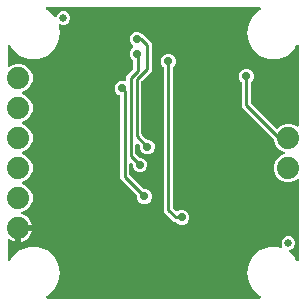
<source format=gbl>
G04 EAGLE Gerber RS-274X export*
G75*
%MOMM*%
%FSLAX34Y34*%
%LPD*%
%INBottom Copper*%
%IPPOS*%
%AMOC8*
5,1,8,0,0,1.08239X$1,22.5*%
G01*
%ADD10C,1.879600*%
%ADD11C,0.635000*%
%ADD12C,0.736600*%
%ADD13C,0.254000*%

G36*
X216900Y3569D02*
X216900Y3569D01*
X216998Y3572D01*
X217057Y3589D01*
X217119Y3597D01*
X217210Y3633D01*
X217304Y3659D01*
X217357Y3691D01*
X217415Y3714D01*
X217494Y3771D01*
X217578Y3820D01*
X217622Y3864D01*
X217672Y3900D01*
X217734Y3976D01*
X217804Y4045D01*
X217835Y4098D01*
X217875Y4145D01*
X217916Y4234D01*
X217966Y4318D01*
X217984Y4377D01*
X218010Y4433D01*
X218029Y4529D01*
X218056Y4623D01*
X218058Y4685D01*
X218070Y4745D01*
X218064Y4843D01*
X218067Y4941D01*
X218054Y5001D01*
X218050Y5063D01*
X218020Y5156D01*
X217999Y5251D01*
X217971Y5307D01*
X217952Y5365D01*
X217900Y5448D01*
X217856Y5535D01*
X217815Y5582D01*
X217782Y5634D01*
X217711Y5701D01*
X217647Y5775D01*
X217596Y5810D01*
X217550Y5852D01*
X217465Y5899D01*
X217441Y5915D01*
X211410Y10976D01*
X207514Y17725D01*
X206160Y25400D01*
X207514Y33075D01*
X211410Y39824D01*
X217380Y44833D01*
X224703Y47499D01*
X232497Y47499D01*
X234477Y46778D01*
X234586Y46753D01*
X234693Y46720D01*
X234741Y46718D01*
X234788Y46707D01*
X234899Y46710D01*
X235010Y46705D01*
X235057Y46715D01*
X235105Y46716D01*
X235213Y46747D01*
X235322Y46769D01*
X235365Y46790D01*
X235411Y46804D01*
X235507Y46860D01*
X235608Y46909D01*
X235644Y46940D01*
X235686Y46965D01*
X235765Y47043D01*
X235850Y47115D01*
X235877Y47155D01*
X235911Y47188D01*
X235968Y47284D01*
X236033Y47375D01*
X236050Y47420D01*
X236074Y47462D01*
X236106Y47568D01*
X236108Y47575D01*
X236114Y47588D01*
X236115Y47594D01*
X236145Y47673D01*
X236151Y47721D01*
X236164Y47767D01*
X236168Y47868D01*
X236174Y47900D01*
X236173Y47919D01*
X236181Y47989D01*
X236174Y48036D01*
X236176Y48084D01*
X236157Y48168D01*
X236154Y48217D01*
X236144Y48250D01*
X236136Y48304D01*
X236112Y48374D01*
X236108Y48395D01*
X236100Y48411D01*
X236084Y48456D01*
X235584Y49663D01*
X235584Y51937D01*
X236454Y54038D01*
X238062Y55646D01*
X240163Y56516D01*
X242437Y56516D01*
X244538Y55646D01*
X246146Y54038D01*
X247016Y51937D01*
X247016Y49663D01*
X246146Y47562D01*
X244538Y45954D01*
X242417Y45076D01*
X242326Y45024D01*
X242231Y44980D01*
X242188Y44946D01*
X242141Y44918D01*
X242065Y44845D01*
X241984Y44779D01*
X241952Y44735D01*
X241912Y44697D01*
X241857Y44608D01*
X241795Y44523D01*
X241775Y44473D01*
X241746Y44426D01*
X241715Y44326D01*
X241676Y44229D01*
X241668Y44174D01*
X241652Y44122D01*
X241647Y44018D01*
X241633Y43913D01*
X241640Y43859D01*
X241637Y43804D01*
X241658Y43702D01*
X241671Y43598D01*
X241690Y43547D01*
X241702Y43493D01*
X241748Y43399D01*
X241785Y43301D01*
X241817Y43256D01*
X241841Y43207D01*
X241909Y43127D01*
X241970Y43042D01*
X242033Y42982D01*
X242048Y42965D01*
X242060Y42956D01*
X242087Y42931D01*
X245790Y39824D01*
X248075Y35866D01*
X248158Y35757D01*
X248163Y35749D01*
X248166Y35746D01*
X248248Y35632D01*
X248259Y35623D01*
X248267Y35613D01*
X248381Y35522D01*
X248493Y35429D01*
X248506Y35424D01*
X248516Y35415D01*
X248650Y35356D01*
X248781Y35294D01*
X248794Y35291D01*
X248807Y35286D01*
X248951Y35261D01*
X249094Y35234D01*
X249107Y35235D01*
X249120Y35233D01*
X249266Y35245D01*
X249411Y35254D01*
X249424Y35258D01*
X249437Y35259D01*
X249575Y35307D01*
X249713Y35352D01*
X249725Y35359D01*
X249738Y35363D01*
X249859Y35444D01*
X249982Y35522D01*
X249991Y35532D01*
X250003Y35539D01*
X250100Y35647D01*
X250200Y35754D01*
X250207Y35765D01*
X250216Y35775D01*
X250283Y35904D01*
X250354Y36032D01*
X250357Y36045D01*
X250363Y36057D01*
X250397Y36199D01*
X250433Y36340D01*
X250434Y36358D01*
X250436Y36367D01*
X250436Y36384D01*
X250443Y36501D01*
X250443Y103495D01*
X250426Y103633D01*
X250413Y103772D01*
X250406Y103791D01*
X250403Y103811D01*
X250352Y103940D01*
X250305Y104071D01*
X250294Y104088D01*
X250286Y104106D01*
X250205Y104219D01*
X250127Y104334D01*
X250111Y104347D01*
X250100Y104364D01*
X249992Y104452D01*
X249888Y104544D01*
X249870Y104554D01*
X249855Y104566D01*
X249729Y104626D01*
X249605Y104689D01*
X249585Y104693D01*
X249567Y104702D01*
X249431Y104728D01*
X249295Y104759D01*
X249274Y104758D01*
X249255Y104762D01*
X249116Y104753D01*
X248977Y104749D01*
X248957Y104743D01*
X248937Y104742D01*
X248805Y104699D01*
X248671Y104661D01*
X248654Y104650D01*
X248635Y104644D01*
X248517Y104570D01*
X248397Y104499D01*
X248376Y104480D01*
X248366Y104474D01*
X248352Y104459D01*
X248276Y104393D01*
X248063Y104179D01*
X243675Y102361D01*
X238925Y102361D01*
X234537Y104179D01*
X231179Y107537D01*
X229361Y111925D01*
X229361Y116675D01*
X231179Y121063D01*
X234537Y124421D01*
X237932Y125827D01*
X238053Y125896D01*
X238176Y125961D01*
X238191Y125975D01*
X238208Y125985D01*
X238308Y126082D01*
X238411Y126175D01*
X238422Y126192D01*
X238437Y126206D01*
X238509Y126325D01*
X238586Y126441D01*
X238592Y126460D01*
X238603Y126477D01*
X238644Y126610D01*
X238689Y126742D01*
X238691Y126762D01*
X238697Y126781D01*
X238703Y126920D01*
X238714Y127059D01*
X238711Y127079D01*
X238712Y127099D01*
X238684Y127235D01*
X238660Y127372D01*
X238652Y127391D01*
X238648Y127410D01*
X238586Y127536D01*
X238529Y127662D01*
X238517Y127678D01*
X238508Y127696D01*
X238417Y127802D01*
X238331Y127910D01*
X238315Y127923D01*
X238301Y127938D01*
X238188Y128018D01*
X238077Y128102D01*
X238051Y128114D01*
X238041Y128121D01*
X238022Y128128D01*
X237932Y128173D01*
X234537Y129579D01*
X231179Y132937D01*
X229361Y137325D01*
X229361Y138104D01*
X229349Y138202D01*
X229346Y138301D01*
X229340Y138322D01*
X229339Y138334D01*
X229328Y138368D01*
X229321Y138419D01*
X229285Y138511D01*
X229257Y138607D01*
X229242Y138632D01*
X229241Y138637D01*
X229226Y138660D01*
X229204Y138715D01*
X229146Y138795D01*
X229096Y138880D01*
X229030Y138956D01*
X229018Y138972D01*
X229008Y138980D01*
X228990Y139001D01*
X204533Y163458D01*
X201929Y166062D01*
X201929Y186253D01*
X201917Y186351D01*
X201914Y186451D01*
X201897Y186509D01*
X201889Y186569D01*
X201853Y186661D01*
X201825Y186756D01*
X201795Y186808D01*
X201772Y186865D01*
X201714Y186945D01*
X201664Y187030D01*
X201598Y187105D01*
X201586Y187122D01*
X201576Y187130D01*
X201558Y187151D01*
X200464Y188245D01*
X199516Y190532D01*
X199516Y193008D01*
X200464Y195295D01*
X202215Y197046D01*
X204502Y197994D01*
X206978Y197994D01*
X209265Y197046D01*
X211016Y195295D01*
X211964Y193008D01*
X211964Y190532D01*
X211016Y188245D01*
X209922Y187151D01*
X209862Y187073D01*
X209794Y187000D01*
X209765Y186947D01*
X209728Y186900D01*
X209688Y186809D01*
X209640Y186722D01*
X209625Y186663D01*
X209601Y186608D01*
X209586Y186510D01*
X209561Y186414D01*
X209555Y186314D01*
X209551Y186294D01*
X209553Y186281D01*
X209551Y186253D01*
X209551Y169744D01*
X209563Y169646D01*
X209566Y169547D01*
X209583Y169489D01*
X209591Y169429D01*
X209627Y169337D01*
X209655Y169241D01*
X209685Y169189D01*
X209708Y169133D01*
X209766Y169053D01*
X209816Y168968D01*
X209882Y168892D01*
X209894Y168876D01*
X209904Y168868D01*
X209922Y168847D01*
X230845Y147924D01*
X230939Y147851D01*
X231028Y147772D01*
X231064Y147754D01*
X231096Y147729D01*
X231206Y147682D01*
X231312Y147628D01*
X231351Y147619D01*
X231388Y147603D01*
X231506Y147584D01*
X231622Y147558D01*
X231662Y147559D01*
X231702Y147553D01*
X231821Y147564D01*
X231940Y147568D01*
X231979Y147579D01*
X232019Y147583D01*
X232131Y147623D01*
X232245Y147656D01*
X232280Y147677D01*
X232318Y147690D01*
X232417Y147757D01*
X232519Y147818D01*
X232565Y147858D01*
X232581Y147869D01*
X232595Y147884D01*
X232640Y147924D01*
X234537Y149821D01*
X238925Y151639D01*
X243675Y151639D01*
X248063Y149821D01*
X248276Y149607D01*
X248386Y149522D01*
X248493Y149434D01*
X248512Y149425D01*
X248528Y149412D01*
X248655Y149357D01*
X248781Y149298D01*
X248801Y149294D01*
X248820Y149286D01*
X248957Y149264D01*
X249094Y149238D01*
X249114Y149239D01*
X249134Y149236D01*
X249273Y149249D01*
X249411Y149258D01*
X249430Y149264D01*
X249450Y149266D01*
X249582Y149313D01*
X249713Y149356D01*
X249730Y149367D01*
X249750Y149374D01*
X249865Y149452D01*
X249982Y149526D01*
X249996Y149541D01*
X250013Y149552D01*
X250105Y149656D01*
X250200Y149758D01*
X250210Y149775D01*
X250223Y149791D01*
X250287Y149915D01*
X250354Y150036D01*
X250359Y150056D01*
X250368Y150074D01*
X250398Y150210D01*
X250433Y150344D01*
X250435Y150372D01*
X250438Y150384D01*
X250437Y150405D01*
X250443Y150505D01*
X250443Y217499D01*
X250425Y217644D01*
X250410Y217789D01*
X250405Y217801D01*
X250403Y217815D01*
X250350Y217950D01*
X250299Y218087D01*
X250291Y218098D01*
X250286Y218111D01*
X250201Y218228D01*
X250118Y218348D01*
X250108Y218357D01*
X250100Y218368D01*
X249987Y218461D01*
X249877Y218556D01*
X249865Y218562D01*
X249855Y218571D01*
X249723Y218632D01*
X249592Y218698D01*
X249579Y218700D01*
X249567Y218706D01*
X249425Y218733D01*
X249281Y218764D01*
X249268Y218763D01*
X249255Y218766D01*
X249110Y218757D01*
X248964Y218751D01*
X248951Y218747D01*
X248937Y218746D01*
X248799Y218701D01*
X248659Y218659D01*
X248647Y218652D01*
X248635Y218648D01*
X248511Y218570D01*
X248387Y218495D01*
X248377Y218485D01*
X248366Y218478D01*
X248266Y218372D01*
X248164Y218268D01*
X248154Y218253D01*
X248148Y218246D01*
X248140Y218232D01*
X248075Y218134D01*
X245790Y214176D01*
X239820Y209167D01*
X232497Y206501D01*
X224703Y206501D01*
X217380Y209167D01*
X211410Y214176D01*
X207514Y220925D01*
X206160Y228600D01*
X207514Y236275D01*
X211410Y243024D01*
X217413Y248061D01*
X217415Y248062D01*
X217465Y248098D01*
X217520Y248127D01*
X217593Y248191D01*
X217672Y248248D01*
X217711Y248296D01*
X217758Y248338D01*
X217813Y248418D01*
X217875Y248493D01*
X217901Y248550D01*
X217936Y248601D01*
X217969Y248693D01*
X218010Y248781D01*
X218022Y248842D01*
X218043Y248901D01*
X218052Y248998D01*
X218070Y249094D01*
X218066Y249156D01*
X218072Y249217D01*
X218056Y249314D01*
X218050Y249411D01*
X218031Y249470D01*
X218021Y249531D01*
X217982Y249621D01*
X217952Y249713D01*
X217919Y249766D01*
X217894Y249823D01*
X217834Y249900D01*
X217782Y249982D01*
X217737Y250025D01*
X217699Y250074D01*
X217622Y250133D01*
X217550Y250200D01*
X217496Y250230D01*
X217447Y250268D01*
X217357Y250307D01*
X217272Y250354D01*
X217212Y250369D01*
X217155Y250394D01*
X217058Y250409D01*
X216964Y250433D01*
X216860Y250440D01*
X216841Y250443D01*
X216829Y250442D01*
X216803Y250443D01*
X37197Y250443D01*
X37100Y250431D01*
X37002Y250428D01*
X36943Y250411D01*
X36881Y250403D01*
X36791Y250368D01*
X36697Y250341D01*
X36643Y250309D01*
X36585Y250286D01*
X36507Y250229D01*
X36422Y250180D01*
X36378Y250136D01*
X36328Y250100D01*
X36266Y250024D01*
X36197Y249956D01*
X36165Y249902D01*
X36125Y249855D01*
X36084Y249766D01*
X36034Y249683D01*
X36016Y249623D01*
X35990Y249567D01*
X35971Y249471D01*
X35944Y249378D01*
X35942Y249315D01*
X35930Y249255D01*
X35936Y249157D01*
X35933Y249060D01*
X35946Y248999D01*
X35950Y248937D01*
X35980Y248845D01*
X36001Y248749D01*
X36029Y248694D01*
X36048Y248635D01*
X36100Y248552D01*
X36144Y248465D01*
X36185Y248418D01*
X36218Y248366D01*
X36289Y248299D01*
X36353Y248226D01*
X36404Y248191D01*
X36450Y248148D01*
X36535Y248101D01*
X36559Y248085D01*
X42590Y243024D01*
X42897Y242492D01*
X42931Y242447D01*
X42957Y242397D01*
X43027Y242321D01*
X43089Y242239D01*
X43133Y242204D01*
X43171Y242162D01*
X43258Y242105D01*
X43338Y242041D01*
X43390Y242018D01*
X43437Y241987D01*
X43535Y241954D01*
X43629Y241912D01*
X43685Y241902D01*
X43738Y241884D01*
X43841Y241876D01*
X43942Y241858D01*
X43999Y241863D01*
X44055Y241859D01*
X44157Y241876D01*
X44259Y241885D01*
X44313Y241903D01*
X44368Y241913D01*
X44462Y241955D01*
X44560Y241989D01*
X44607Y242021D01*
X44658Y242044D01*
X44739Y242108D01*
X44825Y242165D01*
X44863Y242207D01*
X44907Y242242D01*
X44969Y242325D01*
X45038Y242401D01*
X45064Y242451D01*
X45098Y242496D01*
X45169Y242641D01*
X45954Y244538D01*
X47562Y246146D01*
X49663Y247016D01*
X51937Y247016D01*
X54038Y246146D01*
X55646Y244538D01*
X56516Y242437D01*
X56516Y240163D01*
X55646Y238062D01*
X54038Y236454D01*
X51937Y235584D01*
X49663Y235584D01*
X48505Y236064D01*
X48504Y236064D01*
X48503Y236065D01*
X48347Y236107D01*
X48198Y236148D01*
X48197Y236148D01*
X48196Y236148D01*
X48034Y236151D01*
X47880Y236153D01*
X47879Y236153D01*
X47878Y236153D01*
X47722Y236115D01*
X47571Y236079D01*
X47570Y236078D01*
X47569Y236078D01*
X47427Y236003D01*
X47290Y235930D01*
X47289Y235930D01*
X47288Y235929D01*
X47168Y235819D01*
X47054Y235716D01*
X47053Y235715D01*
X46965Y235581D01*
X46880Y235451D01*
X46879Y235450D01*
X46879Y235449D01*
X46825Y235290D01*
X46776Y235150D01*
X46776Y235149D01*
X46776Y235148D01*
X46764Y234996D01*
X46751Y234833D01*
X46751Y234832D01*
X46751Y234831D01*
X46769Y234671D01*
X47840Y228600D01*
X46486Y220925D01*
X42590Y214176D01*
X36620Y209167D01*
X29297Y206501D01*
X21503Y206501D01*
X14180Y209167D01*
X8210Y214176D01*
X5925Y218134D01*
X5837Y218250D01*
X5752Y218368D01*
X5741Y218377D01*
X5733Y218387D01*
X5619Y218478D01*
X5507Y218571D01*
X5494Y218576D01*
X5484Y218585D01*
X5350Y218644D01*
X5219Y218706D01*
X5206Y218709D01*
X5193Y218714D01*
X5049Y218739D01*
X4906Y218766D01*
X4893Y218765D01*
X4880Y218767D01*
X4734Y218755D01*
X4589Y218746D01*
X4576Y218742D01*
X4563Y218741D01*
X4425Y218693D01*
X4287Y218648D01*
X4275Y218641D01*
X4262Y218637D01*
X4141Y218556D01*
X4018Y218478D01*
X4009Y218468D01*
X3997Y218461D01*
X3900Y218353D01*
X3800Y218246D01*
X3793Y218235D01*
X3784Y218225D01*
X3717Y218096D01*
X3646Y217968D01*
X3643Y217955D01*
X3637Y217943D01*
X3603Y217801D01*
X3567Y217660D01*
X3566Y217642D01*
X3564Y217633D01*
X3564Y217616D01*
X3557Y217499D01*
X3557Y201305D01*
X3574Y201167D01*
X3587Y201028D01*
X3594Y201009D01*
X3597Y200989D01*
X3648Y200860D01*
X3695Y200729D01*
X3706Y200712D01*
X3714Y200694D01*
X3795Y200581D01*
X3873Y200466D01*
X3889Y200453D01*
X3900Y200436D01*
X4008Y200348D01*
X4112Y200256D01*
X4130Y200246D01*
X4145Y200234D01*
X4271Y200174D01*
X4395Y200111D01*
X4415Y200107D01*
X4433Y200098D01*
X4569Y200072D01*
X4705Y200041D01*
X4726Y200042D01*
X4745Y200038D01*
X4884Y200047D01*
X5023Y200051D01*
X5043Y200057D01*
X5063Y200058D01*
X5195Y200101D01*
X5329Y200139D01*
X5346Y200150D01*
X5365Y200156D01*
X5483Y200230D01*
X5603Y200301D01*
X5624Y200320D01*
X5634Y200326D01*
X5648Y200341D01*
X5724Y200407D01*
X5937Y200621D01*
X10325Y202439D01*
X15075Y202439D01*
X19463Y200621D01*
X22821Y197263D01*
X24639Y192875D01*
X24639Y188125D01*
X22821Y183737D01*
X19463Y180379D01*
X16068Y178973D01*
X15947Y178904D01*
X15824Y178839D01*
X15809Y178825D01*
X15792Y178815D01*
X15692Y178718D01*
X15589Y178625D01*
X15578Y178608D01*
X15563Y178594D01*
X15491Y178475D01*
X15414Y178359D01*
X15408Y178340D01*
X15397Y178323D01*
X15356Y178190D01*
X15311Y178058D01*
X15309Y178038D01*
X15303Y178019D01*
X15297Y177880D01*
X15286Y177741D01*
X15289Y177721D01*
X15288Y177701D01*
X15316Y177565D01*
X15340Y177428D01*
X15348Y177409D01*
X15352Y177390D01*
X15414Y177264D01*
X15471Y177138D01*
X15483Y177122D01*
X15492Y177104D01*
X15583Y176998D01*
X15669Y176890D01*
X15685Y176877D01*
X15699Y176862D01*
X15812Y176782D01*
X15923Y176698D01*
X15949Y176686D01*
X15959Y176679D01*
X15978Y176672D01*
X16068Y176627D01*
X19463Y175221D01*
X22821Y171863D01*
X24639Y167475D01*
X24639Y162725D01*
X22821Y158337D01*
X19463Y154979D01*
X16068Y153573D01*
X15947Y153504D01*
X15824Y153439D01*
X15809Y153425D01*
X15792Y153415D01*
X15692Y153318D01*
X15589Y153225D01*
X15578Y153208D01*
X15563Y153194D01*
X15491Y153075D01*
X15414Y152959D01*
X15408Y152940D01*
X15397Y152923D01*
X15356Y152790D01*
X15311Y152658D01*
X15309Y152638D01*
X15303Y152619D01*
X15297Y152480D01*
X15286Y152341D01*
X15289Y152321D01*
X15288Y152301D01*
X15316Y152165D01*
X15340Y152028D01*
X15348Y152009D01*
X15352Y151990D01*
X15414Y151864D01*
X15471Y151738D01*
X15483Y151722D01*
X15492Y151704D01*
X15583Y151598D01*
X15669Y151490D01*
X15685Y151477D01*
X15699Y151462D01*
X15812Y151382D01*
X15923Y151298D01*
X15949Y151286D01*
X15959Y151279D01*
X15978Y151272D01*
X16068Y151227D01*
X19463Y149821D01*
X22821Y146463D01*
X24639Y142075D01*
X24639Y137325D01*
X22821Y132937D01*
X19463Y129579D01*
X16068Y128173D01*
X15947Y128104D01*
X15824Y128039D01*
X15809Y128025D01*
X15792Y128015D01*
X15692Y127918D01*
X15589Y127825D01*
X15578Y127808D01*
X15563Y127794D01*
X15491Y127675D01*
X15414Y127559D01*
X15408Y127540D01*
X15397Y127523D01*
X15356Y127390D01*
X15311Y127258D01*
X15309Y127238D01*
X15303Y127219D01*
X15297Y127080D01*
X15286Y126941D01*
X15289Y126921D01*
X15288Y126901D01*
X15316Y126765D01*
X15340Y126628D01*
X15348Y126609D01*
X15352Y126590D01*
X15414Y126464D01*
X15471Y126338D01*
X15483Y126322D01*
X15492Y126304D01*
X15583Y126198D01*
X15669Y126090D01*
X15685Y126077D01*
X15699Y126062D01*
X15812Y125982D01*
X15923Y125898D01*
X15949Y125886D01*
X15959Y125879D01*
X15978Y125872D01*
X16068Y125827D01*
X19463Y124421D01*
X22821Y121063D01*
X24639Y116675D01*
X24639Y111925D01*
X22821Y107537D01*
X19463Y104179D01*
X16068Y102773D01*
X15947Y102704D01*
X15824Y102639D01*
X15809Y102625D01*
X15792Y102615D01*
X15692Y102518D01*
X15589Y102425D01*
X15578Y102408D01*
X15563Y102394D01*
X15491Y102275D01*
X15414Y102159D01*
X15408Y102140D01*
X15397Y102123D01*
X15356Y101990D01*
X15311Y101858D01*
X15309Y101838D01*
X15303Y101819D01*
X15297Y101680D01*
X15286Y101541D01*
X15289Y101521D01*
X15288Y101501D01*
X15316Y101365D01*
X15340Y101228D01*
X15348Y101209D01*
X15352Y101190D01*
X15414Y101064D01*
X15471Y100938D01*
X15483Y100922D01*
X15492Y100904D01*
X15583Y100798D01*
X15669Y100690D01*
X15685Y100677D01*
X15699Y100662D01*
X15812Y100582D01*
X15923Y100498D01*
X15949Y100486D01*
X15959Y100479D01*
X15978Y100472D01*
X16068Y100427D01*
X19463Y99021D01*
X22821Y95663D01*
X24639Y91275D01*
X24639Y86525D01*
X22821Y82137D01*
X19463Y78779D01*
X15981Y77337D01*
X15955Y77322D01*
X15926Y77313D01*
X15817Y77243D01*
X15704Y77179D01*
X15683Y77158D01*
X15658Y77142D01*
X15569Y77048D01*
X15476Y76958D01*
X15460Y76932D01*
X15440Y76910D01*
X15377Y76797D01*
X15310Y76687D01*
X15301Y76658D01*
X15287Y76632D01*
X15254Y76506D01*
X15216Y76383D01*
X15215Y76353D01*
X15207Y76324D01*
X15207Y76194D01*
X15201Y76065D01*
X15207Y76036D01*
X15207Y76006D01*
X15239Y75880D01*
X15265Y75754D01*
X15278Y75727D01*
X15286Y75698D01*
X15348Y75584D01*
X15405Y75468D01*
X15424Y75445D01*
X15439Y75419D01*
X15527Y75325D01*
X15611Y75226D01*
X15636Y75209D01*
X15656Y75187D01*
X15765Y75117D01*
X15871Y75043D01*
X15899Y75032D01*
X15925Y75016D01*
X16074Y74957D01*
X17283Y74564D01*
X18957Y73711D01*
X20478Y72606D01*
X21806Y71278D01*
X22911Y69757D01*
X23764Y68083D01*
X24345Y66296D01*
X24385Y66039D01*
X13970Y66039D01*
X13852Y66024D01*
X13733Y66017D01*
X13695Y66004D01*
X13655Y65999D01*
X13544Y65956D01*
X13431Y65919D01*
X13397Y65897D01*
X13359Y65882D01*
X13263Y65812D01*
X13162Y65749D01*
X13134Y65719D01*
X13102Y65695D01*
X13026Y65604D01*
X12944Y65517D01*
X12925Y65482D01*
X12899Y65451D01*
X12848Y65343D01*
X12791Y65239D01*
X12780Y65199D01*
X12763Y65163D01*
X12741Y65046D01*
X12711Y64931D01*
X12707Y64870D01*
X12703Y64850D01*
X12705Y64830D01*
X12701Y64770D01*
X12701Y63499D01*
X11430Y63499D01*
X11312Y63484D01*
X11193Y63477D01*
X11155Y63464D01*
X11114Y63459D01*
X11004Y63415D01*
X10891Y63379D01*
X10856Y63357D01*
X10819Y63342D01*
X10723Y63272D01*
X10622Y63209D01*
X10594Y63179D01*
X10561Y63155D01*
X10486Y63064D01*
X10404Y62977D01*
X10384Y62942D01*
X10359Y62910D01*
X10308Y62803D01*
X10250Y62698D01*
X10240Y62659D01*
X10223Y62623D01*
X10201Y62506D01*
X10171Y62391D01*
X10167Y62330D01*
X10163Y62310D01*
X10165Y62290D01*
X10161Y62230D01*
X10161Y51815D01*
X9904Y51855D01*
X8117Y52436D01*
X6443Y53289D01*
X5572Y53922D01*
X5537Y53941D01*
X5507Y53966D01*
X5398Y54017D01*
X5293Y54075D01*
X5255Y54085D01*
X5219Y54102D01*
X5102Y54124D01*
X4985Y54154D01*
X4945Y54154D01*
X4906Y54162D01*
X4787Y54154D01*
X4667Y54154D01*
X4629Y54144D01*
X4589Y54142D01*
X4475Y54105D01*
X4359Y54075D01*
X4324Y54056D01*
X4287Y54044D01*
X4185Y53980D01*
X4081Y53922D01*
X4052Y53895D01*
X4018Y53874D01*
X3936Y53786D01*
X3849Y53705D01*
X3827Y53671D01*
X3800Y53642D01*
X3742Y53537D01*
X3678Y53436D01*
X3666Y53398D01*
X3646Y53363D01*
X3617Y53248D01*
X3579Y53134D01*
X3577Y53094D01*
X3567Y53056D01*
X3557Y52895D01*
X3557Y36501D01*
X3575Y36356D01*
X3590Y36211D01*
X3595Y36199D01*
X3597Y36185D01*
X3650Y36050D01*
X3701Y35913D01*
X3709Y35902D01*
X3714Y35889D01*
X3799Y35772D01*
X3882Y35652D01*
X3892Y35643D01*
X3900Y35632D01*
X4013Y35539D01*
X4123Y35444D01*
X4135Y35438D01*
X4145Y35429D01*
X4277Y35368D01*
X4408Y35302D01*
X4421Y35300D01*
X4433Y35294D01*
X4575Y35267D01*
X4719Y35236D01*
X4732Y35237D01*
X4745Y35234D01*
X4890Y35243D01*
X5036Y35249D01*
X5049Y35253D01*
X5063Y35254D01*
X5201Y35299D01*
X5341Y35341D01*
X5353Y35348D01*
X5365Y35352D01*
X5489Y35430D01*
X5613Y35505D01*
X5623Y35515D01*
X5634Y35522D01*
X5734Y35628D01*
X5836Y35732D01*
X5846Y35747D01*
X5852Y35754D01*
X5860Y35768D01*
X5925Y35866D01*
X8210Y39824D01*
X14180Y44833D01*
X21503Y47499D01*
X29297Y47499D01*
X36620Y44833D01*
X42590Y39824D01*
X46486Y33075D01*
X47840Y25400D01*
X46486Y17725D01*
X42590Y10976D01*
X36587Y5939D01*
X36585Y5938D01*
X36535Y5902D01*
X36480Y5873D01*
X36407Y5809D01*
X36328Y5752D01*
X36289Y5704D01*
X36242Y5662D01*
X36187Y5582D01*
X36125Y5507D01*
X36099Y5450D01*
X36064Y5399D01*
X36031Y5307D01*
X35990Y5219D01*
X35978Y5158D01*
X35957Y5099D01*
X35948Y5002D01*
X35930Y4906D01*
X35934Y4844D01*
X35928Y4783D01*
X35944Y4686D01*
X35950Y4589D01*
X35969Y4530D01*
X35979Y4469D01*
X36018Y4379D01*
X36048Y4287D01*
X36081Y4234D01*
X36106Y4177D01*
X36166Y4100D01*
X36218Y4018D01*
X36263Y3975D01*
X36301Y3926D01*
X36378Y3867D01*
X36450Y3800D01*
X36504Y3770D01*
X36553Y3732D01*
X36643Y3693D01*
X36728Y3646D01*
X36788Y3631D01*
X36845Y3606D01*
X36942Y3591D01*
X37036Y3567D01*
X37140Y3560D01*
X37159Y3557D01*
X37171Y3558D01*
X37197Y3557D01*
X216803Y3557D01*
X216900Y3569D01*
G37*
%LPC*%
G36*
X118142Y83946D02*
X118142Y83946D01*
X115855Y84894D01*
X114104Y86645D01*
X113156Y88932D01*
X113156Y90479D01*
X113144Y90577D01*
X113141Y90676D01*
X113124Y90734D01*
X113116Y90794D01*
X113080Y90886D01*
X113052Y90982D01*
X113022Y91034D01*
X112999Y91090D01*
X112941Y91170D01*
X112891Y91255D01*
X112825Y91331D01*
X112813Y91347D01*
X112803Y91355D01*
X112785Y91376D01*
X99059Y105102D01*
X99059Y174552D01*
X99056Y174581D01*
X99058Y174610D01*
X99036Y174739D01*
X99019Y174867D01*
X99009Y174895D01*
X99004Y174924D01*
X98950Y175042D01*
X98902Y175163D01*
X98885Y175187D01*
X98873Y175214D01*
X98792Y175315D01*
X98716Y175420D01*
X98693Y175439D01*
X98674Y175462D01*
X98571Y175540D01*
X98471Y175623D01*
X98444Y175636D01*
X98420Y175653D01*
X98276Y175724D01*
X96805Y176334D01*
X95054Y178085D01*
X94106Y180372D01*
X94106Y182848D01*
X95054Y185135D01*
X96805Y186886D01*
X99092Y187834D01*
X101568Y187834D01*
X102384Y187496D01*
X102432Y187482D01*
X102477Y187461D01*
X102585Y187441D01*
X102691Y187412D01*
X102741Y187411D01*
X102790Y187402D01*
X102899Y187408D01*
X103009Y187407D01*
X103057Y187418D01*
X103107Y187421D01*
X103211Y187455D01*
X103318Y187481D01*
X103362Y187504D01*
X103409Y187519D01*
X103502Y187578D01*
X103599Y187629D01*
X103636Y187663D01*
X103678Y187689D01*
X103753Y187770D01*
X103835Y187843D01*
X103862Y187885D01*
X103896Y187921D01*
X103949Y188017D01*
X104009Y188109D01*
X104026Y188156D01*
X104050Y188200D01*
X104077Y188306D01*
X104113Y188410D01*
X104117Y188459D01*
X104129Y188508D01*
X104139Y188668D01*
X104139Y191835D01*
X109604Y197300D01*
X109665Y197378D01*
X109733Y197450D01*
X109762Y197503D01*
X109799Y197551D01*
X109839Y197642D01*
X109886Y197729D01*
X109901Y197787D01*
X109925Y197843D01*
X109941Y197941D01*
X109966Y198037D01*
X109972Y198137D01*
X109975Y198157D01*
X109974Y198170D01*
X109976Y198198D01*
X109976Y204547D01*
X109964Y204645D01*
X109961Y204744D01*
X109944Y204802D01*
X109936Y204862D01*
X109900Y204954D01*
X109872Y205049D01*
X109841Y205102D01*
X109819Y205158D01*
X109761Y205238D01*
X109711Y205323D01*
X109644Y205399D01*
X109632Y205415D01*
X109623Y205423D01*
X109604Y205444D01*
X107754Y207295D01*
X106806Y209582D01*
X106806Y212058D01*
X107754Y214345D01*
X109681Y216273D01*
X109754Y216367D01*
X109833Y216456D01*
X109851Y216492D01*
X109876Y216524D01*
X109923Y216633D01*
X109977Y216739D01*
X109986Y216778D01*
X110002Y216816D01*
X110021Y216933D01*
X110047Y217049D01*
X110046Y217090D01*
X110052Y217130D01*
X110041Y217248D01*
X110037Y217367D01*
X110026Y217406D01*
X110022Y217446D01*
X109982Y217558D01*
X109949Y217673D01*
X109928Y217708D01*
X109915Y217746D01*
X109848Y217844D01*
X109787Y217947D01*
X109747Y217992D01*
X109736Y218009D01*
X109721Y218022D01*
X109681Y218068D01*
X107754Y219995D01*
X106806Y222282D01*
X106806Y224758D01*
X107754Y227045D01*
X109505Y228796D01*
X111792Y229744D01*
X114268Y229744D01*
X116555Y228796D01*
X117649Y227702D01*
X117727Y227642D01*
X117800Y227574D01*
X117853Y227545D01*
X117900Y227508D01*
X117991Y227468D01*
X118078Y227420D01*
X118137Y227405D01*
X118192Y227381D01*
X118290Y227366D01*
X118386Y227341D01*
X118410Y227339D01*
X121022Y224727D01*
X123127Y222622D01*
X125731Y220018D01*
X125731Y196542D01*
X117212Y188023D01*
X117152Y187945D01*
X117084Y187873D01*
X117055Y187820D01*
X117018Y187772D01*
X116978Y187681D01*
X116930Y187594D01*
X116915Y187536D01*
X116891Y187480D01*
X116876Y187382D01*
X116851Y187286D01*
X116845Y187186D01*
X116841Y187166D01*
X116843Y187154D01*
X116841Y187126D01*
X116841Y143074D01*
X116853Y142976D01*
X116856Y142877D01*
X116873Y142819D01*
X116881Y142759D01*
X116917Y142667D01*
X116945Y142571D01*
X116975Y142519D01*
X116998Y142463D01*
X117056Y142383D01*
X117106Y142298D01*
X117172Y142222D01*
X117184Y142206D01*
X117194Y142198D01*
X117212Y142177D01*
X120714Y138675D01*
X120792Y138615D01*
X120864Y138547D01*
X120917Y138518D01*
X120965Y138481D01*
X121056Y138441D01*
X121143Y138393D01*
X121201Y138378D01*
X121257Y138354D01*
X121355Y138339D01*
X121451Y138314D01*
X121551Y138308D01*
X121571Y138304D01*
X121583Y138306D01*
X121611Y138304D01*
X123158Y138304D01*
X125445Y137356D01*
X127196Y135605D01*
X128144Y133318D01*
X128144Y130842D01*
X127196Y128555D01*
X125445Y126804D01*
X123158Y125856D01*
X120682Y125856D01*
X118395Y126804D01*
X116644Y128555D01*
X115696Y130842D01*
X115696Y132389D01*
X115684Y132487D01*
X115681Y132586D01*
X115664Y132644D01*
X115656Y132704D01*
X115620Y132796D01*
X115592Y132892D01*
X115562Y132944D01*
X115539Y133000D01*
X115481Y133080D01*
X115431Y133165D01*
X115365Y133241D01*
X115353Y133257D01*
X115343Y133265D01*
X115325Y133286D01*
X113927Y134683D01*
X113818Y134768D01*
X113711Y134857D01*
X113692Y134866D01*
X113676Y134878D01*
X113549Y134934D01*
X113423Y134993D01*
X113403Y134997D01*
X113384Y135005D01*
X113246Y135027D01*
X113110Y135053D01*
X113090Y135051D01*
X113070Y135054D01*
X112931Y135041D01*
X112793Y135033D01*
X112774Y135027D01*
X112754Y135025D01*
X112622Y134977D01*
X112491Y134935D01*
X112473Y134924D01*
X112454Y134917D01*
X112339Y134839D01*
X112222Y134765D01*
X112208Y134750D01*
X112191Y134738D01*
X112099Y134634D01*
X112004Y134533D01*
X111994Y134515D01*
X111981Y134500D01*
X111917Y134376D01*
X111850Y134254D01*
X111845Y134235D01*
X111836Y134217D01*
X111806Y134081D01*
X111771Y133947D01*
X111769Y133918D01*
X111766Y133907D01*
X111767Y133886D01*
X111761Y133786D01*
X111761Y126564D01*
X111773Y126466D01*
X111776Y126367D01*
X111793Y126309D01*
X111801Y126249D01*
X111837Y126157D01*
X111865Y126061D01*
X111895Y126009D01*
X111918Y125953D01*
X111976Y125873D01*
X112026Y125788D01*
X112092Y125712D01*
X112104Y125696D01*
X112114Y125688D01*
X112132Y125667D01*
X114364Y123435D01*
X114442Y123375D01*
X114514Y123307D01*
X114567Y123278D01*
X114615Y123241D01*
X114706Y123201D01*
X114793Y123153D01*
X114851Y123138D01*
X114907Y123114D01*
X115005Y123099D01*
X115101Y123074D01*
X115201Y123068D01*
X115221Y123064D01*
X115233Y123066D01*
X115261Y123064D01*
X116808Y123064D01*
X119095Y122116D01*
X120846Y120365D01*
X121794Y118078D01*
X121794Y115602D01*
X120846Y113315D01*
X119095Y111564D01*
X116808Y110616D01*
X114332Y110616D01*
X112045Y111564D01*
X110294Y113315D01*
X109346Y115602D01*
X109346Y117149D01*
X109334Y117247D01*
X109331Y117346D01*
X109314Y117404D01*
X109306Y117464D01*
X109270Y117556D01*
X109243Y117651D01*
X109212Y117704D01*
X109189Y117760D01*
X109131Y117840D01*
X109081Y117925D01*
X109015Y118001D01*
X109003Y118017D01*
X108993Y118025D01*
X108975Y118046D01*
X108848Y118173D01*
X108738Y118258D01*
X108631Y118347D01*
X108612Y118356D01*
X108596Y118368D01*
X108469Y118423D01*
X108343Y118483D01*
X108323Y118487D01*
X108305Y118495D01*
X108167Y118516D01*
X108030Y118543D01*
X108010Y118541D01*
X107990Y118544D01*
X107852Y118531D01*
X107713Y118523D01*
X107694Y118517D01*
X107674Y118515D01*
X107543Y118468D01*
X107411Y118425D01*
X107394Y118414D01*
X107374Y118407D01*
X107259Y118329D01*
X107142Y118255D01*
X107128Y118240D01*
X107111Y118229D01*
X107019Y118124D01*
X106924Y118023D01*
X106914Y118005D01*
X106901Y117990D01*
X106838Y117866D01*
X106770Y117744D01*
X106765Y117725D01*
X106756Y117707D01*
X106726Y117571D01*
X106691Y117437D01*
X106689Y117409D01*
X106686Y117397D01*
X106687Y117376D01*
X106681Y117276D01*
X106681Y108784D01*
X106693Y108686D01*
X106696Y108587D01*
X106713Y108529D01*
X106721Y108469D01*
X106757Y108377D01*
X106785Y108281D01*
X106815Y108229D01*
X106838Y108173D01*
X106896Y108093D01*
X106946Y108008D01*
X107012Y107932D01*
X107024Y107916D01*
X107034Y107908D01*
X107052Y107887D01*
X118174Y96765D01*
X118252Y96705D01*
X118324Y96637D01*
X118377Y96608D01*
X118425Y96571D01*
X118516Y96531D01*
X118603Y96483D01*
X118661Y96468D01*
X118717Y96444D01*
X118815Y96429D01*
X118911Y96404D01*
X119011Y96398D01*
X119031Y96394D01*
X119043Y96396D01*
X119071Y96394D01*
X120618Y96394D01*
X122905Y95446D01*
X124656Y93695D01*
X125604Y91408D01*
X125604Y88932D01*
X124656Y86645D01*
X122905Y84894D01*
X120618Y83946D01*
X118142Y83946D01*
G37*
%LPD*%
%LPC*%
G36*
X149892Y66166D02*
X149892Y66166D01*
X147605Y67114D01*
X146511Y68208D01*
X146433Y68268D01*
X146360Y68336D01*
X146307Y68365D01*
X146260Y68402D01*
X146169Y68442D01*
X146082Y68490D01*
X146023Y68505D01*
X145968Y68529D01*
X145870Y68544D01*
X145774Y68569D01*
X145674Y68575D01*
X145654Y68579D01*
X145641Y68577D01*
X145613Y68579D01*
X144472Y68579D01*
X135889Y77162D01*
X135889Y198953D01*
X135877Y199051D01*
X135874Y199151D01*
X135857Y199209D01*
X135849Y199269D01*
X135813Y199361D01*
X135785Y199456D01*
X135755Y199508D01*
X135732Y199565D01*
X135674Y199645D01*
X135624Y199730D01*
X135558Y199805D01*
X135546Y199822D01*
X135536Y199830D01*
X135518Y199851D01*
X134424Y200945D01*
X133476Y203232D01*
X133476Y205708D01*
X134424Y207995D01*
X136175Y209746D01*
X138462Y210694D01*
X140938Y210694D01*
X143225Y209746D01*
X144976Y207995D01*
X145924Y205708D01*
X145924Y203232D01*
X144976Y200945D01*
X143882Y199851D01*
X143822Y199773D01*
X143754Y199700D01*
X143725Y199647D01*
X143688Y199600D01*
X143648Y199509D01*
X143600Y199422D01*
X143585Y199363D01*
X143561Y199308D01*
X143546Y199210D01*
X143521Y199114D01*
X143515Y199014D01*
X143511Y198994D01*
X143513Y198981D01*
X143511Y198953D01*
X143511Y80844D01*
X143523Y80746D01*
X143526Y80647D01*
X143543Y80589D01*
X143551Y80529D01*
X143587Y80437D01*
X143615Y80341D01*
X143645Y80289D01*
X143668Y80233D01*
X143726Y80153D01*
X143776Y80068D01*
X143842Y79992D01*
X143854Y79976D01*
X143864Y79968D01*
X143882Y79947D01*
X145986Y77843D01*
X146019Y77817D01*
X146031Y77804D01*
X146088Y77764D01*
X146179Y77685D01*
X146210Y77669D01*
X146238Y77648D01*
X146276Y77631D01*
X146291Y77621D01*
X146357Y77596D01*
X146463Y77543D01*
X146497Y77536D01*
X146529Y77522D01*
X146570Y77515D01*
X146588Y77508D01*
X146662Y77500D01*
X146774Y77476D01*
X146809Y77477D01*
X146843Y77472D01*
X146883Y77475D01*
X146904Y77473D01*
X146981Y77484D01*
X147092Y77488D01*
X147125Y77498D01*
X147160Y77502D01*
X147195Y77514D01*
X147219Y77518D01*
X147371Y77570D01*
X147390Y77578D01*
X147397Y77579D01*
X147400Y77582D01*
X149892Y78614D01*
X152368Y78614D01*
X154655Y77666D01*
X156406Y75915D01*
X157354Y73628D01*
X157354Y71152D01*
X156406Y68865D01*
X154655Y67114D01*
X152368Y66166D01*
X149892Y66166D01*
G37*
%LPD*%
%LPC*%
G36*
X15239Y60961D02*
X15239Y60961D01*
X24385Y60961D01*
X24345Y60704D01*
X23764Y58917D01*
X22911Y57243D01*
X21806Y55722D01*
X20478Y54394D01*
X18957Y53289D01*
X17283Y52436D01*
X15496Y51855D01*
X15239Y51815D01*
X15239Y60961D01*
G37*
%LPD*%
D10*
X12700Y63500D03*
X12700Y88900D03*
X12700Y114300D03*
X12700Y139700D03*
X12700Y165100D03*
X12700Y190500D03*
X241300Y139700D03*
X241300Y114300D03*
D11*
X241300Y50800D03*
X50800Y241300D03*
D12*
X175260Y196850D03*
X152400Y139700D03*
X152400Y115570D03*
X196850Y162560D03*
X121920Y132080D03*
X113030Y223520D03*
D13*
X116840Y223520D02*
X121920Y218440D01*
X116840Y223520D02*
X113030Y223520D01*
X113030Y140970D02*
X121920Y132080D01*
X113030Y140970D02*
X113030Y189230D01*
X121920Y198120D01*
X121920Y218440D01*
D12*
X139700Y204470D03*
D13*
X139700Y78740D01*
D12*
X151130Y72390D03*
D13*
X146050Y72390D01*
X139700Y78740D01*
D12*
X119380Y90170D03*
D13*
X102870Y106680D01*
X102870Y179070D01*
X100330Y181610D01*
D12*
X100330Y181610D03*
X115570Y116840D03*
D13*
X107950Y124460D01*
X107950Y190257D01*
X113787Y196093D01*
X113787Y210063D01*
X113030Y210820D01*
D12*
X113030Y210820D03*
X205740Y191770D03*
D13*
X233680Y139700D02*
X241300Y139700D01*
X233680Y139700D02*
X205740Y167640D01*
X205740Y191770D01*
M02*

</source>
